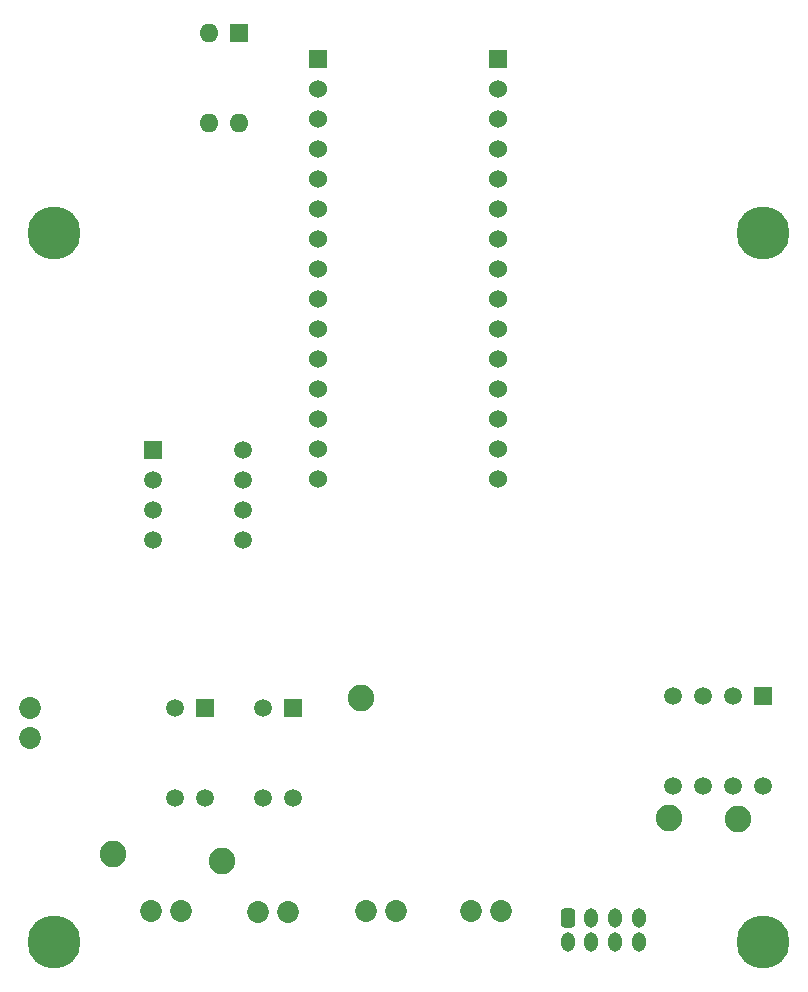
<source format=gbr>
%TF.GenerationSoftware,KiCad,Pcbnew,7.0.1-0*%
%TF.CreationDate,2023-05-25T18:15:44+09:00*%
%TF.ProjectId,FlightModule,466c6967-6874-44d6-9f64-756c652e6b69,rev?*%
%TF.SameCoordinates,Original*%
%TF.FileFunction,Soldermask,Bot*%
%TF.FilePolarity,Negative*%
%FSLAX46Y46*%
G04 Gerber Fmt 4.6, Leading zero omitted, Abs format (unit mm)*
G04 Created by KiCad (PCBNEW 7.0.1-0) date 2023-05-25 18:15:44*
%MOMM*%
%LPD*%
G01*
G04 APERTURE LIST*
G04 Aperture macros list*
%AMRoundRect*
0 Rectangle with rounded corners*
0 $1 Rounding radius*
0 $2 $3 $4 $5 $6 $7 $8 $9 X,Y pos of 4 corners*
0 Add a 4 corners polygon primitive as box body*
4,1,4,$2,$3,$4,$5,$6,$7,$8,$9,$2,$3,0*
0 Add four circle primitives for the rounded corners*
1,1,$1+$1,$2,$3*
1,1,$1+$1,$4,$5*
1,1,$1+$1,$6,$7*
1,1,$1+$1,$8,$9*
0 Add four rect primitives between the rounded corners*
20,1,$1+$1,$2,$3,$4,$5,0*
20,1,$1+$1,$4,$5,$6,$7,0*
20,1,$1+$1,$6,$7,$8,$9,0*
20,1,$1+$1,$8,$9,$2,$3,0*%
G04 Aperture macros list end*
%ADD10C,1.853200*%
%ADD11C,4.500000*%
%ADD12R,1.500000X1.500000*%
%ADD13C,1.500000*%
%ADD14C,2.250000*%
%ADD15R,1.530000X1.530000*%
%ADD16C,1.530000*%
%ADD17R,1.600000X1.600000*%
%ADD18O,1.600000X1.600000*%
%ADD19RoundRect,0.250000X-0.350000X-0.560000X0.350000X-0.560000X0.350000X0.560000X-0.350000X0.560000X0*%
%ADD20O,1.200000X1.650000*%
G04 APERTURE END LIST*
D10*
%TO.C,J5*%
X126730000Y-132432000D03*
X129270000Y-132432000D03*
%TD*%
D11*
%TO.C,REF\u002A\u002A*%
X178500000Y-75000000D03*
%TD*%
D12*
%TO.C,U1*%
X178508750Y-114200000D03*
D13*
X175968750Y-114200000D03*
X173428750Y-114200000D03*
X170888750Y-114200000D03*
X170888750Y-121820000D03*
X173428750Y-121820000D03*
X175968750Y-121820000D03*
X178508750Y-121820000D03*
%TD*%
D10*
%TO.C,J4*%
X135800000Y-132500000D03*
X138340000Y-132500000D03*
%TD*%
D12*
%TO.C,U4*%
X131275000Y-115200000D03*
D13*
X128735000Y-115200000D03*
X128735000Y-122820000D03*
X131275000Y-122820000D03*
%TD*%
D12*
%TO.C,U3*%
X138775000Y-115200000D03*
D13*
X136235000Y-115200000D03*
X136235000Y-122820000D03*
X138775000Y-122820000D03*
%TD*%
D10*
%TO.C,J6*%
X116485000Y-115230000D03*
X116485000Y-117770000D03*
%TD*%
D11*
%TO.C,REF\u002A\u002A*%
X118500000Y-135000000D03*
%TD*%
D12*
%TO.C,U5*%
X126880000Y-93380000D03*
D13*
X126880000Y-95920000D03*
X126880000Y-98460000D03*
X126880000Y-101000000D03*
X134500000Y-101000000D03*
X134500000Y-98460000D03*
X134500000Y-95920000D03*
X134500000Y-93380000D03*
%TD*%
D10*
%TO.C,J2*%
X144944000Y-132432000D03*
X147484000Y-132432000D03*
%TD*%
D11*
%TO.C,e*%
X178500000Y-135000000D03*
%TD*%
D14*
%TO.C,TP3*%
X123500000Y-127600000D03*
%TD*%
D10*
%TO.C,J3*%
X153834000Y-132432000D03*
X156374000Y-132432000D03*
%TD*%
D15*
%TO.C,U2*%
X140880000Y-60220000D03*
D16*
X140880000Y-62760000D03*
X140880000Y-65300000D03*
X140880000Y-67840000D03*
X140880000Y-70380000D03*
X140880000Y-72920000D03*
X140880000Y-75460000D03*
X140880000Y-78000000D03*
X140880000Y-80540000D03*
X140880000Y-83080000D03*
X140880000Y-85620000D03*
X140880000Y-88160000D03*
X140880000Y-90700000D03*
X140880000Y-93240000D03*
X140880000Y-95780000D03*
D15*
X156120000Y-60220000D03*
D16*
X156120000Y-62760000D03*
X156120000Y-65300000D03*
X156120000Y-67840000D03*
X156120000Y-70380000D03*
X156120000Y-72920000D03*
X156120000Y-75460000D03*
X156120000Y-78000000D03*
X156120000Y-80540000D03*
X156120000Y-83080000D03*
X156120000Y-85620000D03*
X156120000Y-88160000D03*
X156120000Y-90700000D03*
X156120000Y-93240000D03*
X156120000Y-95780000D03*
%TD*%
D17*
%TO.C,SW1*%
X134150000Y-58075000D03*
D18*
X131610000Y-58075000D03*
X131610000Y-65695000D03*
X134150000Y-65695000D03*
%TD*%
D14*
%TO.C,TP2*%
X170598000Y-124558000D03*
%TD*%
D11*
%TO.C,REF\u002A\u002A*%
X118500000Y-75000000D03*
%TD*%
D14*
%TO.C,TP1*%
X176440000Y-124600000D03*
%TD*%
D19*
%TO.C,J1*%
X162000000Y-133000000D03*
D20*
X162000000Y-135000000D03*
X164000000Y-133000000D03*
X164000000Y-135000000D03*
X166000000Y-133000000D03*
X166000000Y-135000000D03*
X168000000Y-133000000D03*
X168000000Y-135000000D03*
%TD*%
D14*
%TO.C,TP4*%
X132700000Y-128200000D03*
%TD*%
%TO.C,TP5*%
X144500000Y-114400000D03*
%TD*%
M02*

</source>
